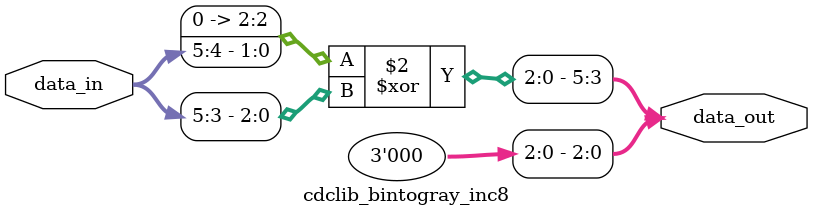
<source format=v>

module cdclib_bintogray_inc8
   #(
      parameter WIDTH           = 6 // Data width 
    )
   (
   // Inputs
   input  wire [WIDTH-1:0]  data_in,       // data in
   // Outputs
   output wire  [WIDTH-1:0]  data_out       // data out
   );


assign data_out = {(data_in[WIDTH-1:3]>>1) ^ data_in[WIDTH-1:3], 3'b0};


endmodule

</source>
